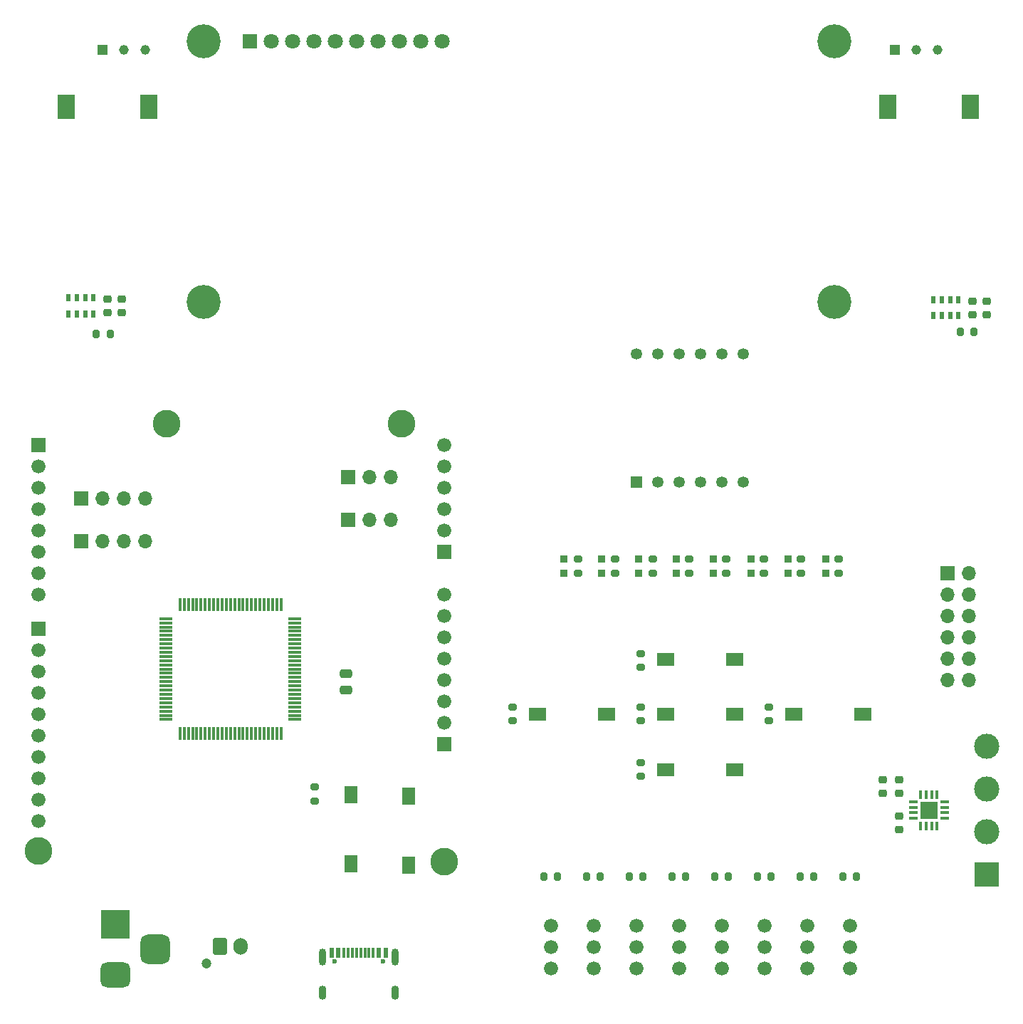
<source format=gts>
G04 #@! TF.GenerationSoftware,KiCad,Pcbnew,(6.0.9)*
G04 #@! TF.CreationDate,2023-02-22T17:41:12-05:00*
G04 #@! TF.ProjectId,UDuino,55447569-6e6f-42e6-9b69-6361645f7063,rev?*
G04 #@! TF.SameCoordinates,Original*
G04 #@! TF.FileFunction,Soldermask,Top*
G04 #@! TF.FilePolarity,Negative*
%FSLAX46Y46*%
G04 Gerber Fmt 4.6, Leading zero omitted, Abs format (unit mm)*
G04 Created by KiCad (PCBNEW (6.0.9)) date 2023-02-22 17:41:12*
%MOMM*%
%LPD*%
G01*
G04 APERTURE LIST*
G04 Aperture macros list*
%AMRoundRect*
0 Rectangle with rounded corners*
0 $1 Rounding radius*
0 $2 $3 $4 $5 $6 $7 $8 $9 X,Y pos of 4 corners*
0 Add a 4 corners polygon primitive as box body*
4,1,4,$2,$3,$4,$5,$6,$7,$8,$9,$2,$3,0*
0 Add four circle primitives for the rounded corners*
1,1,$1+$1,$2,$3*
1,1,$1+$1,$4,$5*
1,1,$1+$1,$6,$7*
1,1,$1+$1,$8,$9*
0 Add four rect primitives between the rounded corners*
20,1,$1+$1,$2,$3,$4,$5,0*
20,1,$1+$1,$4,$5,$6,$7,0*
20,1,$1+$1,$6,$7,$8,$9,0*
20,1,$1+$1,$8,$9,$2,$3,0*%
G04 Aperture macros list end*
%ADD10R,1.350000X1.350000*%
%ADD11C,1.350000*%
%ADD12RoundRect,0.075000X0.725000X0.075000X-0.725000X0.075000X-0.725000X-0.075000X0.725000X-0.075000X0*%
%ADD13RoundRect,0.075000X0.075000X0.725000X-0.075000X0.725000X-0.075000X-0.725000X0.075000X-0.725000X0*%
%ADD14R,1.700000X1.700000*%
%ADD15O,1.700000X1.700000*%
%ADD16R,0.600000X0.900000*%
%ADD17C,1.676400*%
%ADD18R,2.000000X1.500000*%
%ADD19R,2.000000X3.000000*%
%ADD20RoundRect,0.200000X-0.200000X-0.275000X0.200000X-0.275000X0.200000X0.275000X-0.200000X0.275000X0*%
%ADD21R,3.000000X3.000000*%
%ADD22C,3.000000*%
%ADD23C,3.300000*%
%ADD24R,1.676400X1.676400*%
%ADD25R,0.930000X0.810000*%
%ADD26C,1.200000*%
%ADD27RoundRect,0.250000X-0.600000X-0.750000X0.600000X-0.750000X0.600000X0.750000X-0.600000X0.750000X0*%
%ADD28O,1.700000X2.000000*%
%ADD29RoundRect,0.200000X0.200000X0.275000X-0.200000X0.275000X-0.200000X-0.275000X0.200000X-0.275000X0*%
%ADD30RoundRect,0.200000X0.275000X-0.200000X0.275000X0.200000X-0.275000X0.200000X-0.275000X-0.200000X0*%
%ADD31R,1.160000X1.160000*%
%ADD32C,1.160000*%
%ADD33R,3.500000X3.500000*%
%ADD34RoundRect,0.750000X1.000000X-0.750000X1.000000X0.750000X-1.000000X0.750000X-1.000000X-0.750000X0*%
%ADD35RoundRect,0.875000X0.875000X-0.875000X0.875000X0.875000X-0.875000X0.875000X-0.875000X-0.875000X0*%
%ADD36RoundRect,0.225000X-0.250000X0.225000X-0.250000X-0.225000X0.250000X-0.225000X0.250000X0.225000X0*%
%ADD37RoundRect,0.200000X-0.275000X0.200000X-0.275000X-0.200000X0.275000X-0.200000X0.275000X0.200000X0*%
%ADD38R,1.800000X1.800000*%
%ADD39C,1.800000*%
%ADD40C,4.050000*%
%ADD41RoundRect,0.087500X0.425000X0.087500X-0.425000X0.087500X-0.425000X-0.087500X0.425000X-0.087500X0*%
%ADD42RoundRect,0.087500X0.087500X0.425000X-0.087500X0.425000X-0.087500X-0.425000X0.087500X-0.425000X0*%
%ADD43R,2.100000X2.100000*%
%ADD44R,1.500000X2.000000*%
%ADD45RoundRect,0.225000X0.250000X-0.225000X0.250000X0.225000X-0.250000X0.225000X-0.250000X-0.225000X0*%
%ADD46C,0.600000*%
%ADD47R,0.600000X1.160000*%
%ADD48R,0.300000X1.160000*%
%ADD49O,0.900000X2.000000*%
%ADD50O,0.900000X1.700000*%
%ADD51RoundRect,0.250000X0.475000X-0.250000X0.475000X0.250000X-0.475000X0.250000X-0.475000X-0.250000X0*%
G04 APERTURE END LIST*
D10*
X73660000Y-56483500D03*
D11*
X76200000Y-56483500D03*
X78740000Y-56483500D03*
X81280000Y-56483500D03*
X83820000Y-56483500D03*
X86360000Y-56483500D03*
X86360000Y-41243500D03*
X83820000Y-41243500D03*
X81280000Y-41243500D03*
X78740000Y-41243500D03*
X76200000Y-41243500D03*
X73660000Y-41243500D03*
D12*
X33075000Y-84740000D03*
X33075000Y-84240000D03*
X33075000Y-83740000D03*
X33075000Y-83240000D03*
X33075000Y-82740000D03*
X33075000Y-82240000D03*
X33075000Y-81740000D03*
X33075000Y-81240000D03*
X33075000Y-80740000D03*
X33075000Y-80240000D03*
X33075000Y-79740000D03*
X33075000Y-79240000D03*
X33075000Y-78740000D03*
X33075000Y-78240000D03*
X33075000Y-77740000D03*
X33075000Y-77240000D03*
X33075000Y-76740000D03*
X33075000Y-76240000D03*
X33075000Y-75740000D03*
X33075000Y-75240000D03*
X33075000Y-74740000D03*
X33075000Y-74240000D03*
X33075000Y-73740000D03*
X33075000Y-73240000D03*
X33075000Y-72740000D03*
D13*
X31400000Y-71065000D03*
X30900000Y-71065000D03*
X30400000Y-71065000D03*
X29900000Y-71065000D03*
X29400000Y-71065000D03*
X28900000Y-71065000D03*
X28400000Y-71065000D03*
X27900000Y-71065000D03*
X27400000Y-71065000D03*
X26900000Y-71065000D03*
X26400000Y-71065000D03*
X25900000Y-71065000D03*
X25400000Y-71065000D03*
X24900000Y-71065000D03*
X24400000Y-71065000D03*
X23900000Y-71065000D03*
X23400000Y-71065000D03*
X22900000Y-71065000D03*
X22400000Y-71065000D03*
X21900000Y-71065000D03*
X21400000Y-71065000D03*
X20900000Y-71065000D03*
X20400000Y-71065000D03*
X19900000Y-71065000D03*
X19400000Y-71065000D03*
D12*
X17725000Y-72740000D03*
X17725000Y-73240000D03*
X17725000Y-73740000D03*
X17725000Y-74240000D03*
X17725000Y-74740000D03*
X17725000Y-75240000D03*
X17725000Y-75740000D03*
X17725000Y-76240000D03*
X17725000Y-76740000D03*
X17725000Y-77240000D03*
X17725000Y-77740000D03*
X17725000Y-78240000D03*
X17725000Y-78740000D03*
X17725000Y-79240000D03*
X17725000Y-79740000D03*
X17725000Y-80240000D03*
X17725000Y-80740000D03*
X17725000Y-81240000D03*
X17725000Y-81740000D03*
X17725000Y-82240000D03*
X17725000Y-82740000D03*
X17725000Y-83240000D03*
X17725000Y-83740000D03*
X17725000Y-84240000D03*
X17725000Y-84740000D03*
D13*
X19400000Y-86415000D03*
X19900000Y-86415000D03*
X20400000Y-86415000D03*
X20900000Y-86415000D03*
X21400000Y-86415000D03*
X21900000Y-86415000D03*
X22400000Y-86415000D03*
X22900000Y-86415000D03*
X23400000Y-86415000D03*
X23900000Y-86415000D03*
X24400000Y-86415000D03*
X24900000Y-86415000D03*
X25400000Y-86415000D03*
X25900000Y-86415000D03*
X26400000Y-86415000D03*
X26900000Y-86415000D03*
X27400000Y-86415000D03*
X27900000Y-86415000D03*
X28400000Y-86415000D03*
X28900000Y-86415000D03*
X29400000Y-86415000D03*
X29900000Y-86415000D03*
X30400000Y-86415000D03*
X30900000Y-86415000D03*
X31400000Y-86415000D03*
D14*
X39370000Y-60960000D03*
D15*
X41910000Y-60960000D03*
X44450000Y-60960000D03*
D16*
X9120000Y-34610000D03*
X8120000Y-34610000D03*
X7120000Y-34610000D03*
X6120000Y-34610000D03*
X6120000Y-36510000D03*
X7120000Y-36510000D03*
X8120000Y-36510000D03*
X9120000Y-36510000D03*
D17*
X78740000Y-109220000D03*
X78740000Y-111760000D03*
X78740000Y-114300000D03*
D18*
X85388000Y-77597000D03*
X77188000Y-77597000D03*
D19*
X103533000Y-11899000D03*
X113383000Y-11899000D03*
D20*
X82995000Y-103378000D03*
X84645000Y-103378000D03*
D14*
X7630000Y-58420000D03*
D15*
X10170000Y-58420000D03*
X12710000Y-58420000D03*
X15250000Y-58420000D03*
D21*
X115316000Y-103124000D03*
D22*
X115316000Y-98044000D03*
X115316000Y-92964000D03*
X115316000Y-87884000D03*
D20*
X62675000Y-103378000D03*
X64325000Y-103378000D03*
D23*
X45720000Y-49530000D03*
X2540000Y-100330000D03*
X50800000Y-101600000D03*
X17780000Y-49530000D03*
D17*
X50800000Y-80010000D03*
X50800000Y-77470000D03*
D24*
X50800000Y-64770000D03*
D17*
X50800000Y-62230000D03*
X50800000Y-59690000D03*
X50800000Y-57150000D03*
X50800000Y-54610000D03*
X50800000Y-52070000D03*
X2540000Y-91694000D03*
D24*
X2540000Y-52070000D03*
D17*
X2540000Y-54610000D03*
X2540000Y-57150000D03*
X2540000Y-59690000D03*
X2540000Y-62230000D03*
X2540000Y-64770000D03*
X2540000Y-67310000D03*
X2540000Y-69850000D03*
D24*
X2540000Y-73914000D03*
D17*
X2540000Y-76454000D03*
X2540000Y-78994000D03*
X2540000Y-81534000D03*
X2540000Y-84074000D03*
X2540000Y-86614000D03*
X50800000Y-72390000D03*
X50800000Y-74930000D03*
X2540000Y-89154000D03*
X50800000Y-85090000D03*
D24*
X50800000Y-87630000D03*
D17*
X50800000Y-82550000D03*
X2540000Y-96774000D03*
X2540000Y-94234000D03*
X50800000Y-69850000D03*
D25*
X78407000Y-65690000D03*
X78407000Y-67310000D03*
D26*
X22550000Y-113743000D03*
D27*
X24150000Y-111743000D03*
D28*
X26650000Y-111743000D03*
D29*
X11112000Y-38862000D03*
X9462000Y-38862000D03*
D20*
X93155000Y-103378000D03*
X94805000Y-103378000D03*
D30*
X88821000Y-67325000D03*
X88821000Y-65675000D03*
D14*
X7630000Y-63500000D03*
D15*
X10170000Y-63500000D03*
X12710000Y-63500000D03*
X15250000Y-63500000D03*
D31*
X10160000Y-5080000D03*
D32*
X12700000Y-5080000D03*
X15240000Y-5080000D03*
D33*
X11742500Y-109062000D03*
D34*
X11742500Y-115062000D03*
D35*
X16442500Y-112062000D03*
D30*
X93266000Y-67325000D03*
X93266000Y-65675000D03*
D36*
X12446000Y-34785000D03*
X12446000Y-36335000D03*
D18*
X70132000Y-84074000D03*
X61932000Y-84074000D03*
D37*
X89408000Y-83249000D03*
X89408000Y-84899000D03*
D38*
X27690000Y-4058000D03*
D39*
X30230000Y-4058000D03*
X32770000Y-4058000D03*
X35310000Y-4058000D03*
X37850000Y-4058000D03*
X40390000Y-4058000D03*
X42930000Y-4058000D03*
X45470000Y-4058000D03*
X48010000Y-4058000D03*
X50550000Y-4058000D03*
D40*
X22190000Y-4058000D03*
X97190000Y-4058000D03*
X22190000Y-35058000D03*
X97190000Y-35058000D03*
D37*
X35433000Y-92774000D03*
X35433000Y-94424000D03*
D25*
X69517000Y-65690000D03*
X69517000Y-67310000D03*
D30*
X66723000Y-67325000D03*
X66723000Y-65675000D03*
D36*
X104902000Y-91935000D03*
X104902000Y-93485000D03*
D30*
X79931000Y-67325000D03*
X79931000Y-65675000D03*
D36*
X115316000Y-35039000D03*
X115316000Y-36589000D03*
D37*
X74160000Y-89853000D03*
X74160000Y-91503000D03*
D25*
X91742000Y-65690000D03*
X91742000Y-67310000D03*
D37*
X58920000Y-83249000D03*
X58920000Y-84899000D03*
D17*
X63500000Y-109220000D03*
X63500000Y-111760000D03*
X63500000Y-114300000D03*
D41*
X110320500Y-96479000D03*
X110320500Y-95829000D03*
X110320500Y-95179000D03*
X110320500Y-94529000D03*
D42*
X109433000Y-93641500D03*
X108783000Y-93641500D03*
X108133000Y-93641500D03*
X107483000Y-93641500D03*
D41*
X106595500Y-94529000D03*
X106595500Y-95179000D03*
X106595500Y-95829000D03*
X106595500Y-96479000D03*
D42*
X107483000Y-97366500D03*
X108133000Y-97366500D03*
X108783000Y-97366500D03*
X109433000Y-97366500D03*
D43*
X108458000Y-95504000D03*
D17*
X93980000Y-109220000D03*
X93980000Y-111760000D03*
X93980000Y-114300000D03*
D44*
X46609000Y-93817000D03*
X46609000Y-102017000D03*
D18*
X85380000Y-84074000D03*
X77180000Y-84074000D03*
D44*
X39751000Y-93690000D03*
X39751000Y-101890000D03*
D37*
X74168000Y-76899000D03*
X74168000Y-78549000D03*
D17*
X73660000Y-109220000D03*
X73660000Y-111760000D03*
X73660000Y-114300000D03*
D20*
X67755000Y-103378000D03*
X69405000Y-103378000D03*
D30*
X84376000Y-67325000D03*
X84376000Y-65675000D03*
D20*
X88075000Y-103378000D03*
X89725000Y-103378000D03*
D25*
X82852000Y-65690000D03*
X82852000Y-67310000D03*
D30*
X75613000Y-67325000D03*
X75613000Y-65675000D03*
D25*
X87297000Y-65690000D03*
X87297000Y-67310000D03*
D36*
X102997000Y-91935000D03*
X102997000Y-93485000D03*
D45*
X113665000Y-36589000D03*
X113665000Y-35039000D03*
D16*
X111990000Y-34822500D03*
X110990000Y-34822500D03*
X109990000Y-34822500D03*
X108990000Y-34822500D03*
X108990000Y-36722500D03*
X109990000Y-36722500D03*
X110990000Y-36722500D03*
X111990000Y-36722500D03*
D17*
X88900000Y-109220000D03*
X88900000Y-111760000D03*
X88900000Y-114300000D03*
X83820000Y-109220000D03*
X83820000Y-111760000D03*
X83820000Y-114300000D03*
D29*
X113855000Y-38608000D03*
X112205000Y-38608000D03*
D20*
X98235000Y-103378000D03*
X99885000Y-103378000D03*
D25*
X96187000Y-65690000D03*
X96187000Y-67310000D03*
D37*
X74168000Y-83249000D03*
X74168000Y-84899000D03*
D20*
X72835000Y-103378000D03*
X74485000Y-103378000D03*
D17*
X99060000Y-109220000D03*
X99060000Y-111760000D03*
X99060000Y-114300000D03*
D30*
X71168000Y-67325000D03*
X71168000Y-65675000D03*
D45*
X10795000Y-36335000D03*
X10795000Y-34785000D03*
D36*
X104902000Y-96240000D03*
X104902000Y-97790000D03*
D46*
X37750000Y-113499000D03*
X43530000Y-113499000D03*
D47*
X37440000Y-112439000D03*
X38240000Y-112439000D03*
D48*
X39390000Y-112439000D03*
X40390000Y-112439000D03*
X40890000Y-112439000D03*
X41890000Y-112439000D03*
D47*
X43040000Y-112439000D03*
X43840000Y-112439000D03*
X43840000Y-112439000D03*
X43040000Y-112439000D03*
D48*
X42390000Y-112439000D03*
X41390000Y-112439000D03*
X39890000Y-112439000D03*
X38890000Y-112439000D03*
D47*
X38240000Y-112439000D03*
X37440000Y-112439000D03*
D49*
X44960000Y-113019000D03*
D50*
X36320000Y-117189000D03*
D49*
X36320000Y-113019000D03*
D50*
X44960000Y-117189000D03*
D25*
X73962000Y-65690000D03*
X73962000Y-67310000D03*
D18*
X85388000Y-90678000D03*
X77188000Y-90678000D03*
D30*
X97711000Y-67325000D03*
X97711000Y-65675000D03*
D20*
X77915000Y-103378000D03*
X79565000Y-103378000D03*
D14*
X39370000Y-55880000D03*
D15*
X41910000Y-55880000D03*
X44450000Y-55880000D03*
D19*
X5872000Y-11888000D03*
X15722000Y-11888000D03*
D18*
X100612000Y-84074000D03*
X92412000Y-84074000D03*
D17*
X68580000Y-109220000D03*
X68580000Y-111760000D03*
X68580000Y-114300000D03*
D31*
X104380000Y-5092500D03*
D32*
X106920000Y-5092500D03*
X109460000Y-5092500D03*
D25*
X65072000Y-65690000D03*
X65072000Y-67310000D03*
D51*
X39116000Y-81214000D03*
X39116000Y-79314000D03*
D14*
X110707000Y-67335000D03*
D15*
X113247000Y-67335000D03*
X110707000Y-69875000D03*
X113247000Y-69875000D03*
X110707000Y-72415000D03*
X113247000Y-72415000D03*
X110707000Y-74955000D03*
X113247000Y-74955000D03*
X110707000Y-77495000D03*
X113247000Y-77495000D03*
X110707000Y-80035000D03*
X113247000Y-80035000D03*
M02*

</source>
